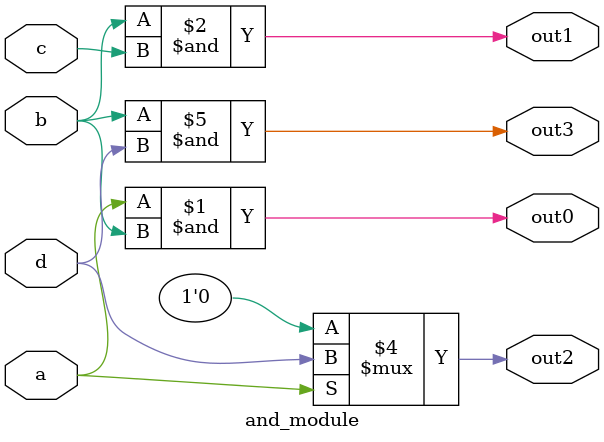
<source format=v>
module and_module(
    input wire a,
    input wire b,
    input wire c,
    input wire d,
    output wire out0,
    output wire out1,
    output wire out2,
    output wire out3
);

    assign out0 = a & b;
    assign out1 = b & c;
    assign out2 = (a == 1) ? d : 1'b0;
    assign out3 = b & d;

endmodule


</source>
